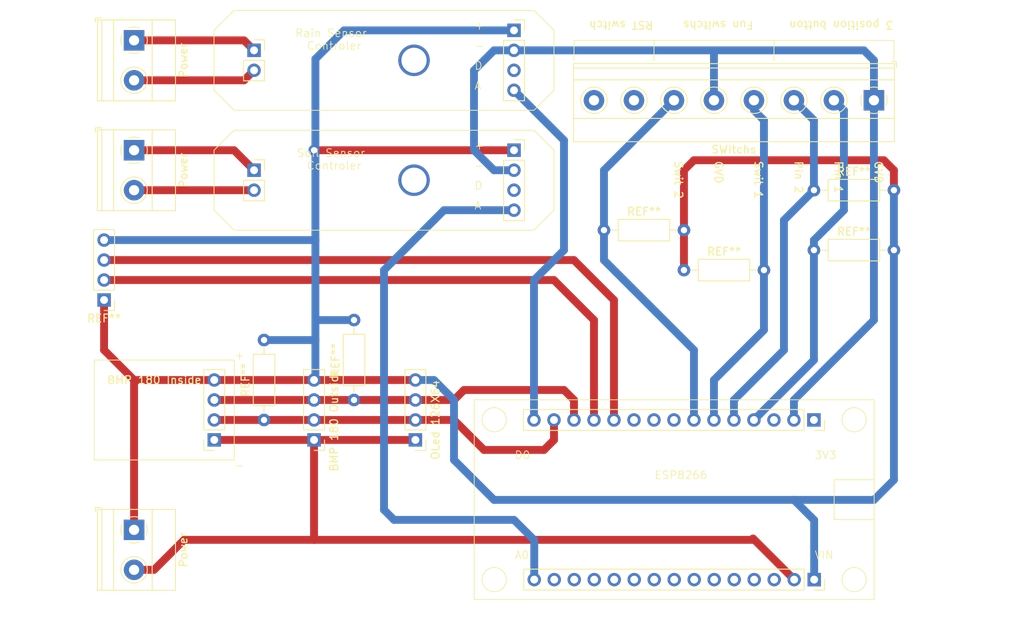
<source format=kicad_pcb>
(kicad_pcb (version 20221018) (generator pcbnew)
  (layers (0 "F.Cu" signal) (31 "B.Cu" signal) (34 "B.Paste" user) (35 "F.Paste" user) (36 "B.SilkS" user "B.Silkscreen") (37 "F.SilkS" user "F.Silkscreen") (38 "B.Mask" user) (39 "F.Mask" user) (44 "Edge.Cuts" user))
  (net 0 "")
  (footprint "Resistor_THT:R_Axial_DIN0207_L6.3mm_D2.5mm_P10.16mm_Horizontal" (layer "F.Cu") (at 241.3 62.23)
    (fp_text reference "REF**" (at 5.08 -2.37) (layer "F.SilkS"))
    (fp_text value "R_Axial_DIN0207_L6.3mm_D2.5mm_P10.16mm_Horizontal")
    (fp_line (start 1.04 0) (end 1.81 0) (stroke (width 0.12)) (layer "F.SilkS"))
    (fp_line (start 1.81 -1.37) (end 1.81 1.37) (stroke (width 0.12)) (layer "F.SilkS"))
    (fp_line (start 1.81 1.37) (end 8.35 1.37) (stroke (width 0.12)) (layer "F.SilkS"))
    (fp_line (start 8.35 -1.37) (end 1.81 -1.37) (stroke (width 0.12)) (layer "F.SilkS"))
    (fp_line (start 8.35 1.37) (end 8.35 -1.37) (stroke (width 0.12)) (layer "F.SilkS"))
    (fp_line (start 9.12 0) (end 8.35 0) (stroke (width 0.12)) (layer "F.SilkS"))
    (pad "1" thru_hole circle (at 0 0) (size 1.6 1.6) (drill 0.8) (layers "*.Cu" "*.Mask"))
    (pad "2" thru_hole oval (at 10.16 0) (size 1.6 1.6) (drill 0.8) (layers "*.Cu" "*.Mask"))
  )
  (footprint "Connector_PinSocket_2.54mm:PinSocket_1x02_P2.54mm_Vertical" (layer "F.Cu") (at 170.18 44.45)
    (fp_text reference "REF**" hide)
    (fp_text value "1" hide)
    (fp_line (start -1.33 1.27) (end -1.33 3.87) (stroke (width 0.12)) (layer "F.SilkS"))
    (fp_line (start -1.33 1.27) (end 1.33 1.27) (stroke (width 0.12)) (layer "F.SilkS"))
    (fp_line (start -1.33 3.87) (end 1.33 3.87) (stroke (width 0.12)) (layer "F.SilkS"))
    (fp_line (start 0 -1.33) (end 1.33 -1.33) (stroke (width 0.12)) (layer "F.SilkS"))
    (fp_line (start 1.33 -1.33) (end 1.33 0) (stroke (width 0.12)) (layer "F.SilkS"))
    (fp_line (start 1.33 1.27) (end 1.33 3.87) (stroke (width 0.12)) (layer "F.SilkS"))
    (pad "1" thru_hole rect (at 0 0) (size 1.7 1.7) (drill 1) (layers "*.Cu" "*.Mask"))
    (pad "2" thru_hole oval (at 0 2.54) (size 1.7 1.7) (drill 1) (layers "*.Cu" "*.Mask"))
  )
  (footprint "Resistor_THT:R_Axial_DIN0207_L6.3mm_D2.5mm_P10.16mm_Horizontal" (layer "F.Cu") (at 171.45 91.44 90)
    (fp_text reference "REF**" (at 5.08 -2.37 90) (layer "F.SilkS"))
    (fp_text value "R_Axial_DIN0207_L6.3mm_D2.5mm_P10.16mm_Horizontal")
    (fp_line (start 1.04 0) (end 1.81 0) (stroke (width 0.12)) (layer "F.SilkS"))
    (fp_line (start 1.81 -1.37) (end 1.81 1.37) (stroke (width 0.12)) (layer "F.SilkS"))
    (fp_line (start 1.81 1.37) (end 8.35 1.37) (stroke (width 0.12)) (layer "F.SilkS"))
    (fp_line (start 8.35 -1.37) (end 1.81 -1.37) (stroke (width 0.12)) (layer "F.SilkS"))
    (fp_line (start 8.35 1.37) (end 8.35 -1.37) (stroke (width 0.12)) (layer "F.SilkS"))
    (fp_line (start 9.12 0) (end 8.35 0) (stroke (width 0.12)) (layer "F.SilkS"))
    (pad "1" thru_hole circle (at 0 0 90) (size 1.6 1.6) (drill 0.8) (layers "*.Cu" "*.Mask"))
    (pad "2" thru_hole oval (at 10.16 0 90) (size 1.6 1.6) (drill 0.8) (layers "*.Cu" "*.Mask"))
  )
  (footprint "TerminalBlock_Phoenix:TerminalBlock_Phoenix_MKDS-1,5-8-5.08_1x08_P5.08mm_Horizontal" (layer "F.Cu") (at 248.92 50.8 180)
    (fp_text reference "SWitchs" (at 17.78 -6.26) (layer "F.SilkS"))
    (fp_text value "Switchs")
    (fp_line (start -2.84 4.16) (end -2.84 4.9) (stroke (width 0.12)) (layer "F.SilkS"))
    (fp_line (start -2.84 4.9) (end -2.34 4.9) (stroke (width 0.12)) (layer "F.SilkS"))
    (fp_line (start -2.6 -5.261) (end -2.6 4.66) (stroke (width 0.12)) (layer "F.SilkS"))
    (fp_line (start -2.6 -5.261) (end 38.16 -5.261) (stroke (width 0.12)) (layer "F.SilkS"))
    (fp_line (start -2.6 -2.301) (end 38.16 -2.301) (stroke (width 0.12)) (layer "F.SilkS"))
    (fp_line (start -2.6 2.6) (end 38.16 2.6) (stroke (width 0.12)) (layer "F.SilkS"))
    (fp_line (start -2.6 4.1) (end 38.16 4.1) (stroke (width 0.12)) (layer "F.SilkS"))
    (fp_line (start -2.6 4.66) (end 38.16 4.66) (stroke (width 0.12)) (layer "F.SilkS"))
    (fp_line (start 3.853 1.023) (end 3.806 1.069) (stroke (width 0.12)) (layer "F.SilkS"))
    (fp_line (start 4.046 1.239) (end 4.011 1.274) (stroke (width 0.12)) (layer "F.SilkS"))
    (fp_line (start 6.15 -1.275) (end 6.115 -1.239) (stroke (width 0.12)) (layer "F.SilkS"))
    (fp_line (start 6.355 -1.069) (end 6.308 -1.023) (stroke (width 0.12)) (layer "F.SilkS"))
    (fp_line (start 8.933 1.023) (end 8.886 1.069) (stroke (width 0.12)) (layer "F.SilkS"))
    (fp_line (start 9.126 1.239) (end 9.091 1.274) (stroke (width 0.12)) (layer "F.SilkS"))
    (fp_line (start 11.23 -1.275) (end 11.195 -1.239) (stroke (width 0.12)) (layer "F.SilkS"))
    (fp_line (start 11.435 -1.069) (end 11.388 -1.023) (stroke (width 0.12)) (layer "F.SilkS"))
    (fp_line (start 14.013 1.023) (end 13.966 1.069) (stroke (width 0.12)) (layer "F.SilkS"))
    (fp_line (start 14.206 1.239) (end 14.171 1.274) (stroke (width 0.12)) (layer "F.SilkS"))
    (fp_line (start 16.31 -1.275) (end 16.275 -1.239) (stroke (width 0.12)) (layer "F.SilkS"))
    (fp_line (start 16.515 -1.069) (end 16.468 -1.023) (stroke (width 0.12)) (layer "F.SilkS"))
    (fp_line (start 19.093 1.023) (end 19.046 1.069) (stroke (width 0.12)) (layer "F.SilkS"))
    (fp_line (start 19.286 1.239) (end 19.251 1.274) (stroke (width 0.12)) (layer "F.SilkS"))
    (fp_line (start 21.39 -1.275) (end 21.355 -1.239) (stroke (width 0.12)) (layer "F.SilkS"))
    (fp_line (start 21.595 -1.069) (end 21.548 -1.023) (stroke (width 0.12)) (layer "F.SilkS"))
    (fp_line (start 24.173 1.023) (end 24.126 1.069) (stroke (width 0.12)) (layer "F.SilkS"))
    (fp_line (start 24.366 1.239) (end 24.331 1.274) (stroke (width 0.12)) (layer "F.SilkS"))
    (fp_line (start 26.47 -1.275) (end 26.435 -1.239) (stroke (width 0.12)) (layer "F.SilkS"))
    (fp_line (start 26.675 -1.069) (end 26.628 -1.023) (stroke (width 0.12)) (layer "F.SilkS"))
    (fp_line (start 29.253 1.023) (end 29.206 1.069) (stroke (width 0.12)) (layer "F.SilkS"))
    (fp_line (start 29.446 1.239) (end 29.411 1.274) (stroke (width 0.12)) (layer "F.SilkS"))
    (fp_line (start 31.55 -1.275) (end 31.515 -1.239) (stroke (width 0.12)) (layer "F.SilkS"))
    (fp_line (start 31.755 -1.069) (end 31.708 -1.023) (stroke (width 0.12)) (layer "F.SilkS"))
    (fp_line (start 34.333 1.023) (end 34.286 1.069) (stroke (width 0.12)) (layer "F.SilkS"))
    (fp_line (start 34.526 1.239) (end 34.491 1.274) (stroke (width 0.12)) (layer "F.SilkS"))
    (fp_line (start 36.63 -1.275) (end 36.595 -1.239) (stroke (width 0.12)) (layer "F.SilkS"))
    (fp_line (start 36.835 -1.069) (end 36.788 -1.023) (stroke (width 0.12)) (layer "F.SilkS"))
    (fp_line (start 38.16 -5.261) (end 38.16 4.66) (stroke (width 0.12)) (layer "F.SilkS"))
    (fp_arc (start -1.535427 0.683042) (mid -1.680501 -0.000524) (end -1.535 -0.684) (stroke (width 0.12)) (layer "F.SilkS"))
    (fp_arc (start -0.683042 -1.535427) (mid 0.000524 -1.680501) (end 0.684 -1.535) (stroke (width 0.12)) (layer "F.SilkS"))
    (fp_arc (start 0.028805 1.680253) (mid -0.335551 1.646659) (end -0.684 1.535) (stroke (width 0.12)) (layer "F.SilkS"))
    (fp_arc (start 0.683318 1.534756) (mid 0.349292 1.643288) (end 0 1.68) (stroke (width 0.12)) (layer "F.SilkS"))
    (fp_arc (start 1.535427 -0.683042) (mid 1.680501 0.000524) (end 1.535 0.684) (stroke (width 0.12)) (layer "F.SilkS"))
    (fp_circle (center 5.08 0) (end 6.76 0) (stroke (width 0.12)) (fill none) (layer "F.SilkS"))
    (fp_circle (center 10.16 0) (end 11.84 0) (stroke (width 0.12)) (fill none) (layer "F.SilkS"))
    (fp_circle (center 15.24 0) (end 16.92 0) (stroke (width 0.12)) (fill none) (layer "F.SilkS"))
    (fp_circle (center 20.32 0) (end 22 0) (stroke (width 0.12)) (fill none) (layer "F.SilkS"))
    (fp_circle (center 25.4 0) (end 27.08 0) (stroke (width 0.12)) (fill none) (layer "F.SilkS"))
    (fp_circle (center 30.48 0) (end 32.16 0) (stroke (width 0.12)) (fill none) (layer "F.SilkS"))
    (fp_circle (center 35.56 0) (end 37.24 0) (stroke (width 0.12)) (fill none) (layer "F.SilkS"))
    (pad "1" thru_hole rect (at 0 0 180) (size 2.6 2.6) (drill 1.3) (layers "*.Cu" "*.Mask"))
    (pad "2" thru_hole circle (at 5.08 0 180) (size 2.6 2.6) (drill 1.3) (layers "*.Cu" "*.Mask"))
    (pad "3" thru_hole circle (at 10.16 0 180) (size 2.6 2.6) (drill 1.3) (layers "*.Cu" "*.Mask"))
    (pad "4" thru_hole circle (at 15.24 0 180) (size 2.6 2.6) (drill 1.3) (layers "*.Cu" "*.Mask"))
    (pad "5" thru_hole circle (at 20.32 0 180) (size 2.6 2.6) (drill 1.3) (layers "*.Cu" "*.Mask"))
    (pad "6" thru_hole circle (at 25.4 0 180) (size 2.6 2.6) (drill 1.3) (layers "*.Cu" "*.Mask"))
    (pad "7" thru_hole circle (at 30.48 0 180) (size 2.6 2.6) (drill 1.3) (layers "*.Cu" "*.Mask"))
    (pad "8" thru_hole circle (at 35.56 0 180) (size 2.6 2.6) (drill 1.3) (layers "*.Cu" "*.Mask"))
  )
  (footprint "Connector_PinSocket_2.54mm:PinSocket_1x04_P2.54mm_Vertical" (layer "F.Cu") (at 203.2 57.15)
    (fp_text reference "REF**" hide)
    (fp_text value "1" hide)
    (fp_line (start -1.33 1.27) (end -1.33 8.95) (stroke (width 0.12)) (layer "F.SilkS"))
    (fp_line (start -1.33 1.27) (end 1.33 1.27) (stroke (width 0.12)) (layer "F.SilkS"))
    (fp_line (start -1.33 8.95) (end 1.33 8.95) (stroke (width 0.12)) (layer "F.SilkS"))
    (fp_line (start 0 -1.33) (end 1.33 -1.33) (stroke (width 0.12)) (layer "F.SilkS"))
    (fp_line (start 1.33 -1.33) (end 1.33 0) (stroke (width 0.12)) (layer "F.SilkS"))
    (fp_line (start 1.33 1.27) (end 1.33 8.95) (stroke (width 0.12)) (layer "F.SilkS"))
    (pad "1" thru_hole rect (at 0 0) (size 1.7 1.7) (drill 1) (layers "*.Cu" "*.Mask"))
    (pad "2" thru_hole oval (at 0 2.54) (size 1.7 1.7) (drill 1) (layers "*.Cu" "*.Mask"))
    (pad "3" thru_hole oval (at 0 5.08) (size 1.7 1.7) (drill 1) (layers "*.Cu" "*.Mask"))
    (pad "4" thru_hole oval (at 0 7.62) (size 1.7 1.7) (drill 1) (layers "*.Cu" "*.Mask"))
  )
  (footprint "Connector_PinHeader_2.54mm:PinHeader_1x04_P2.54mm_Vertical" (layer "F.Cu") (at 177.8 93.98 180)
    (fp_text reference "BMP 180 Outside" (at -2.54 2.54 90) (layer "F.SilkS"))
    (fp_text value "Outside termo sensor")
    (fp_line (start -1.33 -1.33) (end 0 -1.33) (stroke (width 0.12)) (layer "F.SilkS"))
    (fp_line (start -1.33 0) (end -1.33 -1.33) (stroke (width 0.12)) (layer "F.SilkS"))
    (fp_line (start -1.33 1.27) (end -1.33 8.95) (stroke (width 0.12)) (layer "F.SilkS"))
    (fp_line (start -1.33 1.27) (end 1.33 1.27) (stroke (width 0.12)) (layer "F.SilkS"))
    (fp_line (start -1.33 8.95) (end 1.33 8.95) (stroke (width 0.12)) (layer "F.SilkS"))
    (fp_line (start 1.33 1.27) (end 1.33 8.95) (stroke (width 0.12)) (layer "F.SilkS"))
    (pad "1" thru_hole rect (at 0 0 180) (size 1.7 1.7) (drill 1) (layers "*.Cu" "*.Mask"))
    (pad "2" thru_hole oval (at 0 2.54 180) (size 1.7 1.7) (drill 1) (layers "*.Cu" "*.Mask"))
    (pad "3" thru_hole oval (at 0 5.08 180) (size 1.7 1.7) (drill 1) (layers "*.Cu" "*.Mask"))
    (pad "4" thru_hole oval (at 0 7.62 180) (size 1.7 1.7) (drill 1) (layers "*.Cu" "*.Mask"))
  )
  (footprint "Connector_PinSocket_2.54mm:PinSocket_1x04_P2.54mm_Vertical" (layer "F.Cu") (at 203.2 41.91)
    (fp_text reference "REF**" hide)
    (fp_text value "1" hide)
    (fp_line (start -1.33 1.27) (end -1.33 8.95) (stroke (width 0.12)) (layer "F.SilkS"))
    (fp_line (start -1.33 1.27) (end 1.33 1.27) (stroke (width 0.12)) (layer "F.SilkS"))
    (fp_line (start -1.33 8.95) (end 1.33 8.95) (stroke (width 0.12)) (layer "F.SilkS"))
    (fp_line (start 0 -1.33) (end 1.33 -1.33) (stroke (width 0.12)) (layer "F.SilkS"))
    (fp_line (start 1.33 -1.33) (end 1.33 0) (stroke (width 0.12)) (layer "F.SilkS"))
    (fp_line (start 1.33 1.27) (end 1.33 8.95) (stroke (width 0.12)) (layer "F.SilkS"))
    (pad "1" thru_hole rect (at 0 0) (size 1.7 1.7) (drill 1) (layers "*.Cu" "*.Mask"))
    (pad "2" thru_hole oval (at 0 2.54) (size 1.7 1.7) (drill 1) (layers "*.Cu" "*.Mask"))
    (pad "3" thru_hole oval (at 0 5.08) (size 1.7 1.7) (drill 1) (layers "*.Cu" "*.Mask"))
    (pad "4" thru_hole oval (at 0 7.62) (size 1.7 1.7) (drill 1) (layers "*.Cu" "*.Mask"))
  )
  (footprint "TerminalBlock_Phoenix:TerminalBlock_Phoenix_MKDS-1,5-2-5.08_1x02_P5.08mm_Horizontal" (layer "F.Cu") (at 154.94 43.18 -90)
    (fp_text reference "Power" (at 2.54 -6.26 90) (layer "F.SilkS"))
    (fp_text value "Power")
    (fp_line (start -2.84 4.16) (end -2.84 4.9) (stroke (width 0.12)) (layer "F.SilkS"))
    (fp_line (start -2.84 4.9) (end -2.34 4.9) (stroke (width 0.12)) (layer "F.SilkS"))
    (fp_line (start -2.6 -5.261) (end -2.6 4.66) (stroke (width 0.12)) (layer "F.SilkS"))
    (fp_line (start -2.6 -5.261) (end 7.68 -5.261) (stroke (width 0.12)) (layer "F.SilkS"))
    (fp_line (start -2.6 -2.301) (end 7.68 -2.301) (stroke (width 0.12)) (layer "F.SilkS"))
    (fp_line (start -2.6 2.6) (end 7.68 2.6) (stroke (width 0.12)) (layer "F.SilkS"))
    (fp_line (start -2.6 4.1) (end 7.68 4.1) (stroke (width 0.12)) (layer "F.SilkS"))
    (fp_line (start -2.6 4.66) (end 7.68 4.66) (stroke (width 0.12)) (layer "F.SilkS"))
    (fp_line (start 3.853 1.023) (end 3.806 1.069) (stroke (width 0.12)) (layer "F.SilkS"))
    (fp_line (start 4.046 1.239) (end 4.011 1.274) (stroke (width 0.12)) (layer "F.SilkS"))
    (fp_line (start 6.15 -1.275) (end 6.115 -1.239) (stroke (width 0.12)) (layer "F.SilkS"))
    (fp_line (start 6.355 -1.069) (end 6.308 -1.023) (stroke (width 0.12)) (layer "F.SilkS"))
    (fp_line (start 7.68 -5.261) (end 7.68 4.66) (stroke (width 0.12)) (layer "F.SilkS"))
    (fp_arc (start -1.535427 0.683042) (mid -1.680501 -0.000524) (end -1.535 -0.684) (stroke (width 0.12)) (layer "F.SilkS"))
    (fp_arc (start -0.683042 -1.535427) (mid 0.000524 -1.680501) (end 0.684 -1.535) (stroke (width 0.12)) (layer "F.SilkS"))
    (fp_arc (start 0.028805 1.680253) (mid -0.335551 1.646659) (end -0.684 1.535) (stroke (width 0.12)) (layer "F.SilkS"))
    (fp_arc (start 0.683318 1.534756) (mid 0.349292 1.643288) (end 0 1.68) (stroke (width 0.12)) (layer "F.SilkS"))
    (fp_arc (start 1.535427 -0.683042) (mid 1.680501 0.000524) (end 1.535 0.684) (stroke (width 0.12)) (layer "F.SilkS"))
    (fp_circle (center 5.08 0) (end 6.76 0) (stroke (width 0.12)) (fill none) (layer "F.SilkS"))
    (pad "1" thru_hole rect (at 0 0 270) (size 2.6 2.6) (drill 1.3) (layers "*.Cu" "*.Mask"))
    (pad "2" thru_hole circle (at 5.08 0 270) (size 2.6 2.6) (drill 1.3) (layers "*.Cu" "*.Mask"))
  )
  (footprint "Connector_PinSocket_2.54mm:PinSocket_1x04_P2.54mm_Vertical" (layer "F.Cu") (at 165.125 93.98 180)
    (fp_text reference "BMP 180 Inside" (at 7.62 7.62 180) (layer "F.SilkS"))
    (fp_text value "Inside tempo sensor")
    (fp_line (start -1.33 1.27) (end -1.33 8.95) (stroke (width 0.12)) (layer "F.SilkS"))
    (fp_line (start -1.33 1.27) (end 1.33 1.27) (stroke (width 0.12)) (layer "F.SilkS"))
    (fp_line (start -1.33 8.95) (end 1.33 8.95) (stroke (width 0.12)) (layer "F.SilkS"))
    (fp_line (start 0 -1.33) (end 1.33 -1.33) (stroke (width 0.12)) (layer "F.SilkS"))
    (fp_line (start 1.33 -1.33) (end 1.33 0) (stroke (width 0.12)) (layer "F.SilkS"))
    (fp_line (start 1.33 1.27) (end 1.33 8.95) (stroke (width 0.12)) (layer "F.SilkS"))
    (pad "1" thru_hole rect (at 0 0 180) (size 1.7 1.7) (drill 1) (layers "*.Cu" "*.Mask"))
    (pad "2" thru_hole oval (at 0 2.54 180) (size 1.7 1.7) (drill 1) (layers "*.Cu" "*.Mask"))
    (pad "3" thru_hole oval (at 0 5.08 180) (size 1.7 1.7) (drill 1) (layers "*.Cu" "*.Mask"))
    (pad "4" thru_hole oval (at 0 7.62 180) (size 1.7 1.7) (drill 1) (layers "*.Cu" "*.Mask"))
  )
  (footprint "Resistor_THT:R_Axial_DIN0207_L6.3mm_D2.5mm_P10.16mm_Horizontal" (layer "F.Cu") (at 214.63 67.31)
    (fp_text reference "REF**" (at 5.08 -2.37) (layer "F.SilkS"))
    (fp_text value "R_Axial_DIN0207_L6.3mm_D2.5mm_P10.16mm_Horizontal")
    (fp_line (start 1.04 0) (end 1.81 0) (stroke (width 0.12)) (layer "F.SilkS"))
    (fp_line (start 1.81 -1.37) (end 1.81 1.37) (stroke (width 0.12)) (layer "F.SilkS"))
    (fp_line (start 1.81 1.37) (end 8.35 1.37) (stroke (width 0.12)) (layer "F.SilkS"))
    (fp_line (start 8.35 -1.37) (end 1.81 -1.37) (stroke (width 0.12)) (layer "F.SilkS"))
    (fp_line (start 8.35 1.37) (end 8.35 -1.37) (stroke (width 0.12)) (layer "F.SilkS"))
    (fp_line (start 9.12 0) (end 8.35 0) (stroke (width 0.12)) (layer "F.SilkS"))
    (pad "1" thru_hole circle (at 0 0) (size 1.6 1.6) (drill 0.8) (layers "*.Cu" "*.Mask"))
    (pad "2" thru_hole oval (at 10.16 0) (size 1.6 1.6) (drill 0.8) (layers "*.Cu" "*.Mask"))
  )
  (footprint "Resistor_THT:R_Axial_DIN0207_L6.3mm_D2.5mm_P10.16mm_Horizontal" (layer "F.Cu") (at 182.88 88.9 90)
    (fp_text reference "REF**" (at 5.08 -2.37 90) (layer "F.SilkS"))
    (fp_text value "R_Axial_DIN0207_L6.3mm_D2.5mm_P10.16mm_Horizontal")
    (fp_line (start 1.04 0) (end 1.81 0) (stroke (width 0.12)) (layer "F.SilkS"))
    (fp_line (start 1.81 -1.37) (end 1.81 1.37) (stroke (width 0.12)) (layer "F.SilkS"))
    (fp_line (start 1.81 1.37) (end 8.35 1.37) (stroke (width 0.12)) (layer "F.SilkS"))
    (fp_line (start 8.35 -1.37) (end 1.81 -1.37) (stroke (width 0.12)) (layer "F.SilkS"))
    (fp_line (start 8.35 1.37) (end 8.35 -1.37) (stroke (width 0.12)) (layer "F.SilkS"))
    (fp_line (start 9.12 0) (end 8.35 0) (stroke (width 0.12)) (layer "F.SilkS"))
    (pad "1" thru_hole circle (at 0 0 90) (size 1.6 1.6) (drill 0.8) (layers "*.Cu" "*.Mask"))
    (pad "2" thru_hole oval (at 10.16 0 90) (size 1.6 1.6) (drill 0.8) (layers "*.Cu" "*.Mask"))
  )
  (footprint "Connector_PinHeader_2.54mm:PinHeader_1x04_P2.54mm_Vertical" (layer "F.Cu") (at 190.675 93.98 180)
    (fp_text reference "OLed 126X64" (at -2.54 2.54 90) (layer "F.SilkS"))
    (fp_text value "Oled")
    (fp_line (start -1.33 -1.33) (end 0 -1.33) (stroke (width 0.12)) (layer "F.SilkS"))
    (fp_line (start -1.33 0) (end -1.33 -1.33) (stroke (width 0.12)) (layer "F.SilkS"))
    (fp_line (start -1.33 1.27) (end -1.33 8.95) (stroke (width 0.12)) (layer "F.SilkS"))
    (fp_line (start -1.33 1.27) (end 1.33 1.27) (stroke (width 0.12)) (layer "F.SilkS"))
    (fp_line (start -1.33 8.95) (end 1.33 8.95) (stroke (width 0.12)) (layer "F.SilkS"))
    (fp_line (start 1.33 1.27) (end 1.33 8.95) (stroke (width 0.12)) (layer "F.SilkS"))
    (pad "1" thru_hole rect (at 0 0 180) (size 1.7 1.7) (drill 1) (layers "*.Cu" "*.Mask"))
    (pad "2" thru_hole oval (at 0 2.54 180) (size 1.7 1.7) (drill 1) (layers "*.Cu" "*.Mask"))
    (pad "3" thru_hole oval (at 0 5.08 180) (size 1.7 1.7) (drill 1) (layers "*.Cu" "*.Mask"))
    (pad "4" thru_hole oval (at 0 7.62 180) (size 1.7 1.7) (drill 1) (layers "*.Cu" "*.Mask"))
  )
  (footprint "Resistor_THT:R_Axial_DIN0207_L6.3mm_D2.5mm_P10.16mm_Horizontal" (layer "F.Cu") (at 224.79 72.39)
    (fp_text reference "REF**" (at 5.08 -2.37) (layer "F.SilkS"))
    (fp_text value "R_Axial_DIN0207_L6.3mm_D2.5mm_P10.16mm_Horizontal")
    (fp_line (start 1.04 0) (end 1.81 0) (stroke (width 0.12)) (layer "F.SilkS"))
    (fp_line (start 1.81 -1.37) (end 1.81 1.37) (stroke (width 0.12)) (layer "F.SilkS"))
    (fp_line (start 1.81 1.37) (end 8.35 1.37) (stroke (width 0.12)) (layer "F.SilkS"))
    (fp_line (start 8.35 -1.37) (end 1.81 -1.37) (stroke (width 0.12)) (layer "F.SilkS"))
    (fp_line (start 8.35 1.37) (end 8.35 -1.37) (stroke (width 0.12)) (layer "F.SilkS"))
    (fp_line (start 9.12 0) (end 8.35 0) (stroke (width 0.12)) (layer "F.SilkS"))
    (pad "1" thru_hole circle (at 0 0) (size 1.6 1.6) (drill 0.8) (layers "*.Cu" "*.Mask"))
    (pad "2" thru_hole oval (at 10.16 0) (size 1.6 1.6) (drill 0.8) (layers "*.Cu" "*.Mask"))
  )
  (footprint "Connector_PinSocket_2.54mm:PinSocket_1x15_P2.54mm_Vertical" (layer "F.Cu") (at 241.3 91.44 -90)
    (fp_text reference "REF**" hide)
    (fp_text value "PinSocket_1x15_P2.54mm_Vertical" hide)
    (fp_line (start -1.33 1.27) (end -1.33 36.89) (stroke (width 0.12)) (layer "F.SilkS"))
    (fp_line (start -1.33 1.27) (end 1.33 1.27) (stroke (width 0.12)) (layer "F.SilkS"))
    (fp_line (start -1.33 36.89) (end 1.33 36.89) (stroke (width 0.12)) (layer "F.SilkS"))
    (fp_line (start 0 -1.33) (end 1.33 -1.33) (stroke (width 0.12)) (layer "F.SilkS"))
    (fp_line (start 1.33 -1.33) (end 1.33 0) (stroke (width 0.12)) (layer "F.SilkS"))
    (fp_line (start 1.33 1.27) (end 1.33 36.89) (stroke (width 0.12)) (layer "F.SilkS"))
    (pad "1" thru_hole rect (at 0 0 270) (size 1.7 1.7) (drill 1) (layers "*.Cu" "*.Mask"))
    (pad "2" thru_hole oval (at 0 2.54 270) (size 1.7 1.7) (drill 1) (layers "*.Cu" "*.Mask"))
    (pad "3" thru_hole oval (at 0 5.08 270) (size 1.7 1.7) (drill 1) (layers "*.Cu" "*.Mask"))
    (pad "4" thru_hole oval (at 0 7.62 270) (size 1.7 1.7) (drill 1) (layers "*.Cu" "*.Mask"))
    (pad "5" thru_hole oval (at 0 10.16 270) (size 1.7 1.7) (drill 1) (layers "*.Cu" "*.Mask"))
    (pad "6" thru_hole oval (at 0 12.7 270) (size 1.7 1.7) (drill 1) (layers "*.Cu" "*.Mask"))
    (pad "7" thru_hole oval (at 0 15.24 270) (size 1.7 1.7) (drill 1) (layers "*.Cu" "*.Mask"))
    (pad "8" thru_hole oval (at 0 17.78 270) (size 1.7 1.7) (drill 1) (layers "*.Cu" "*.Mask"))
    (pad "9" thru_hole oval (at 0 20.32 270) (size 1.7 1.7) (drill 1) (layers "*.Cu" "*.Mask"))
    (pad "10" thru_hole oval (at 0 22.86 270) (size 1.7 1.7) (drill 1) (layers "*.Cu" "*.Mask"))
    (pad "11" thru_hole oval (at 0 25.4 270) (size 1.7 1.7) (drill 1) (layers "*.Cu" "*.Mask"))
    (pad "12" thru_hole oval (at 0 27.94 270) (size 1.7 1.7) (drill 1) (layers "*.Cu" "*.Mask"))
    (pad "13" thru_hole oval (at 0 30.48 270) (size 1.7 1.7) (drill 1) (layers "*.Cu" "*.Mask"))
    (pad "14" thru_hole oval (at 0 33.02 270) (size 1.7 1.7) (drill 1) (layers "*.Cu" "*.Mask"))
    (pad "15" thru_hole oval (at 0 35.56 270) (size 1.7 1.7) (drill 1) (layers "*.Cu" "*.Mask"))
  )
  (footprint "Connector_PinHeader_2.54mm:PinHeader_1x04_P2.54mm_Vertical" (layer "F.Cu") (at 151.13 76.19 180)
    (fp_text reference "REF**" (at 0 -2.33) (layer "F.SilkS"))
    (fp_text value "PinHeader_1x04_P2.54mm_Vertical")
    (fp_line (start -1.33 -1.33) (end 0 -1.33) (stroke (width 0.12)) (layer "F.SilkS"))
    (fp_line (start -1.33 0) (end -1.33 -1.33) (stroke (width 0.12)) (layer "F.SilkS"))
    (fp_line (start -1.33 1.27) (end -1.33 8.95) (stroke (width 0.12)) (layer "F.SilkS"))
    (fp_line (start -1.33 1.27) (end 1.33 1.27) (stroke (width 0.12)) (layer "F.SilkS"))
    (fp_line (start -1.33 8.95) (end 1.33 8.95) (stroke (width 0.12)) (layer "F.SilkS"))
    (fp_line (start 1.33 1.27) (end 1.33 8.95) (stroke (width 0.12)) (layer "F.SilkS"))
    (pad "1" thru_hole rect (at 0 0 180) (size 1.7 1.7) (drill 1) (layers "*.Cu" "*.Mask"))
    (pad "2" thru_hole oval (at 0 2.54 180) (size 1.7 1.7) (drill 1) (layers "*.Cu" "*.Mask"))
    (pad "3" thru_hole oval (at 0 5.08 180) (size 1.7 1.7) (drill 1) (layers "*.Cu" "*.Mask"))
    (pad "4" thru_hole oval (at 0 7.62 180) (size 1.7 1.7) (drill 1) (layers "*.Cu" "*.Mask"))
  )
  (footprint "Connector_PinSocket_2.54mm:PinSocket_1x15_P2.54mm_Vertical" (layer "F.Cu") (at 241.33 111.735 -90)
    (fp_text reference "REF**" hide)
    (fp_text value "PinSocket_1x15_P2.54mm_Vertical" hide)
    (fp_line (start -1.33 1.27) (end -1.33 36.89) (stroke (width 0.12)) (layer "F.SilkS"))
    (fp_line (start -1.33 1.27) (end 1.33 1.27) (stroke (width 0.12)) (layer "F.SilkS"))
    (fp_line (start -1.33 36.89) (end 1.33 36.89) (stroke (width 0.12)) (layer "F.SilkS"))
    (fp_line (start 0 -1.33) (end 1.33 -1.33) (stroke (width 0.12)) (layer "F.SilkS"))
    (fp_line (start 1.33 -1.33) (end 1.33 0) (stroke (width 0.12)) (layer "F.SilkS"))
    (fp_line (start 1.33 1.27) (end 1.33 36.89) (stroke (width 0.12)) (layer "F.SilkS"))
    (pad "1" thru_hole rect (at 0 0 270) (size 1.7 1.7) (drill 1) (layers "*.Cu" "*.Mask"))
    (pad "2" thru_hole oval (at 0 2.54 270) (size 1.7 1.7) (drill 1) (layers "*.Cu" "*.Mask"))
    (pad "3" thru_hole oval (at 0 5.08 270) (size 1.7 1.7) (drill 1) (layers "*.Cu" "*.Mask"))
    (pad "4" thru_hole oval (at 0 7.62 270) (size 1.7 1.7) (drill 1) (layers "*.Cu" "*.Mask"))
    (pad "5" thru_hole oval (at 0 10.16 270) (size 1.7 1.7) (drill 1) (layers "*.Cu" "*.Mask"))
    (pad "6" thru_hole oval (at 0 12.7 270) (size 1.7 1.7) (drill 1) (layers "*.Cu" "*.Mask"))
    (pad "7" thru_hole oval (at 0 15.24 270) (size 1.7 1.7) (drill 1) (layers "*.Cu" "*.Mask"))
    (pad "8" thru_hole oval (at 0 17.78 270) (size 1.7 1.7) (drill 1) (layers "*.Cu" "*.Mask"))
    (pad "9" thru_hole oval (at 0 20.32 270) (size 1.7 1.7) (drill 1) (layers "*.Cu" "*.Mask"))
    (pad "10" thru_hole oval (at 0 22.86 270) (size 1.7 1.7) (drill 1) (layers "*.Cu" "*.Mask"))
    (pad "11" thru_hole oval (at 0 25.4 270) (size 1.7 1.7) (drill 1) (layers "*.Cu" "*.Mask"))
    (pad "12" thru_hole oval (at 0 27.94 270) (size 1.7 1.7) (drill 1) (layers "*.Cu" "*.Mask"))
    (pad "13" thru_hole oval (at 0 30.48 270) (size 1.7 1.7) (drill 1) (layers "*.Cu" "*.Mask"))
    (pad "14" thru_hole oval (at 0 33.02 270) (size 1.7 1.7) (drill 1) (layers "*.Cu" "*.Mask"))
    (pad "15" thru_hole oval (at 0 35.56 270) (size 1.7 1.7) (drill 1) (layers "*.Cu" "*.Mask"))
  )
  (footprint "TerminalBlock_Phoenix:TerminalBlock_Phoenix_MKDS-1,5-2-5.08_1x02_P5.08mm_Horizontal" (layer "F.Cu") (at 154.94 57.15 -90)
    (fp_text reference "Power" (at 2.54 -6.26 90) (layer "F.SilkS"))
    (fp_text value "Power")
    (fp_line (start -2.84 4.16) (end -2.84 4.9) (stroke (width 0.12)) (layer "F.SilkS"))
    (fp_line (start -2.84 4.9) (end -2.34 4.9) (stroke (width 0.12)) (layer "F.SilkS"))
    (fp_line (start -2.6 -5.261) (end -2.6 4.66) (stroke (width 0.12)) (layer "F.SilkS"))
    (fp_line (start -2.6 -5.261) (end 7.68 -5.261) (stroke (width 0.12)) (layer "F.SilkS"))
    (fp_line (start -2.6 -2.301) (end 7.68 -2.301) (stroke (width 0.12)) (layer "F.SilkS"))
    (fp_line (start -2.6 2.6) (end 7.68 2.6) (stroke (width 0.12)) (layer "F.SilkS"))
    (fp_line (start -2.6 4.1) (end 7.68 4.1) (stroke (width 0.12)) (layer "F.SilkS"))
    (fp_line (start -2.6 4.66) (end 7.68 4.66) (stroke (width 0.12)) (layer "F.SilkS"))
    (fp_line (start 3.853 1.023) (end 3.806 1.069) (stroke (width 0.12)) (layer "F.SilkS"))
    (fp_line (start 4.046 1.239) (end 4.011 1.274) (stroke (width 0.12)) (layer "F.SilkS"))
    (fp_line (start 6.15 -1.275) (end 6.115 -1.239) (stroke (width 0.12)) (layer "F.SilkS"))
    (fp_line (start 6.355 -1.069) (end 6.308 -1.023) (stroke (width 0.12)) (layer "F.SilkS"))
    (fp_line (start 7.68 -5.261) (end 7.68 4.66) (stroke (width 0.12)) (layer "F.SilkS"))
    (fp_arc (start -1.535427 0.683042) (mid -1.680501 -0.000524) (end -1.535 -0.684) (stroke (width 0.12)) (layer "F.SilkS"))
    (fp_arc (start -0.683042 -1.535427) (mid 0.000524 -1.680501) (end 0.684 -1.535) (stroke (width 0.12)) (layer "F.SilkS"))
    (fp_arc (start 0.028805 1.680253) (mid -0.335551 1.646659) (end -0.684 1.535) (stroke (width 0.12)) (layer "F.SilkS"))
    (fp_arc (start 0.683318 1.534756) (mid 0.349292 1.643288) (end 0 1.68) (stroke (width 0.12)) (layer "F.SilkS"))
    (fp_arc (start 1.535427 -0.683042) (mid 1.680501 0.000524) (end 1.535 0.684) (stroke (width 0.12)) (layer "F.SilkS"))
    (fp_circle (center 5.08 0) (end 6.76 0) (stroke (width 0.12)) (fill none) (layer "F.SilkS"))
    (pad "1" thru_hole rect (at 0 0 270) (size 2.6 2.6) (drill 1.3) (layers "*.Cu" "*.Mask"))
    (pad "2" thru_hole circle (at 5.08 0 270) (size 2.6 2.6) (drill 1.3) (layers "*.Cu" "*.Mask"))
  )
  (footprint "TerminalBlock_Phoenix:TerminalBlock_Phoenix_MKDS-1,5-2-5.08_1x02_P5.08mm_Horizontal" (layer "F.Cu") (at 154.94 105.41 -90)
    (fp_text reference "Power" (at 2.54 -6.26 90) (layer "F.SilkS"))
    (fp_text value "Power")
    (fp_line (start -2.84 4.16) (end -2.84 4.9) (stroke (width 0.12)) (layer "F.SilkS"))
    (fp_line (start -2.84 4.9) (end -2.34 4.9) (stroke (width 0.12)) (layer "F.SilkS"))
    (fp_line (start -2.6 -5.261) (end -2.6 4.66) (stroke (width 0.12)) (layer "F.SilkS"))
    (fp_line (start -2.6 -5.261) (end 7.68 -5.261) (stroke (width 0.12)) (layer "F.SilkS"))
    (fp_line (start -2.6 -2.301) (end 7.68 -2.301) (stroke (width 0.12)) (layer "F.SilkS"))
    (fp_line (start -2.6 2.6) (end 7.68 2.6) (stroke (width 0.12)) (layer "F.SilkS"))
    (fp_line (start -2.6 4.1) (end 7.68 4.1) (stroke (width 0.12)) (layer "F.SilkS"))
    (fp_line (start -2.6 4.66) (end 7.68 4.66) (stroke (width 0.12)) (layer "F.SilkS"))
    (fp_line (start 3.853 1.023) (end 3.806 1.069) (stroke (width 0.12)) (layer "F.SilkS"))
    (fp_line (start 4.046 1.239) (end 4.011 1.274) (stroke (width 0.12)) (layer "F.SilkS"))
    (fp_line (start 6.15 -1.275) (end 6.115 -1.239) (stroke (width 0.12)) (layer "F.SilkS"))
    (fp_line (start 6.355 -1.069) (end 6.308 -1.023) (stroke (width 0.12)) (layer "F.SilkS"))
    (fp_line (start 7.68 -5.261) (end 7.68 4.66) (stroke (width 0.12)) (layer "F.SilkS"))
    (fp_arc (start -1.535427 0.683042) (mid -1.680501 -0.000524) (end -1.535 -0.684) (stroke (width 0.12)) (layer "F.SilkS"))
    (fp_arc (start -0.683042 -1.535427) (mid 0.000524 -1.680501) (end 0.684 -1.535) (stroke (width 0.12)) (layer "F.SilkS"))
    (fp_arc (start 0.028805 1.680253) (mid -0.335551 1.646659) (end -0.684 1.535) (stroke (width 0.12)) (layer "F.SilkS"))
    (fp_arc (start 0.683318 1.534756) (mid 0.349292 1.643288) (end 0 1.68) (stroke (width 0.12)) (layer "F.SilkS"))
    (fp_arc (start 1.535427 -0.683042) (mid 1.680501 0.000524) (end 1.535 0.684) (stroke (width 0.12)) (layer "F.SilkS"))
    (fp_circle (center 5.08 0) (end 6.76 0) (stroke (width 0.12)) (fill none) (layer "F.SilkS"))
    (pad "1" thru_hole rect (at 0 0 270) (size 2.6 2.6) (drill 1.3) (layers "*.Cu" "*.Mask"))
    (pad "2" thru_hole circle (at 5.08 0 270) (size 2.6 2.6) (drill 1.3) (layers "*.Cu" "*.Mask"))
  )
  (footprint "Connector_PinSocket_2.54mm:PinSocket_1x02_P2.54mm_Vertical" (layer "F.Cu") (at 170.18 59.69)
    (fp_text reference "REF**" hide)
    (fp_text value "1" hide)
    (fp_line (start -1.33 1.27) (end -1.33 3.87) (stroke (width 0.12)) (layer "F.SilkS"))
    (fp_line (start -1.33 1.27) (end 1.33 1.27) (stroke (width 0.12)) (layer "F.SilkS"))
    (fp_line (start -1.33 3.87) (end 1.33 3.87) (stroke (width 0.12)) (layer "F.SilkS"))
    (fp_line (start 0 -1.33) (end 1.33 -1.33) (stroke (width 0.12)) (layer "F.SilkS"))
    (fp_line (start 1.33 -1.33) (end 1.33 0) (stroke (width 0.12)) (layer "F.SilkS"))
    (fp_line (start 1.33 1.27) (end 1.33 3.87) (stroke (width 0.12)) (layer "F.SilkS"))
    (pad "1" thru_hole rect (at 0 0) (size 1.7 1.7) (drill 1) (layers "*.Cu" "*.Mask"))
    (pad "2" thru_hole oval (at 0 2.54) (size 1.7 1.7) (drill 1) (layers "*.Cu" "*.Mask"))
  )
  (footprint "Resistor_THT:R_Axial_DIN0207_L6.3mm_D2.5mm_P10.16mm_Horizontal" (layer "F.Cu") (at 241.3 69.85)
    (fp_text reference "REF**" (at 5.08 -2.37) (layer "F.SilkS"))
    (fp_text value "R_Axial_DIN0207_L6.3mm_D2.5mm_P10.16mm_Horizontal")
    (fp_line (start 1.04 0) (end 1.81 0) (stroke (width 0.12)) (layer "F.SilkS"))
    (fp_line (start 1.81 -1.37) (end 1.81 1.37) (stroke (width 0.12)) (layer "F.SilkS"))
    (fp_line (start 1.81 1.37) (end 8.35 1.37) (stroke (width 0.12)) (layer "F.SilkS"))
    (fp_line (start 8.35 -1.37) (end 1.81 -1.37) (stroke (width 0.12)) (layer "F.SilkS"))
    (fp_line (start 8.35 1.37) (end 8.35 -1.37) (stroke (width 0.12)) (layer "F.SilkS"))
    (fp_line (start 9.12 0) (end 8.35 0) (stroke (width 0.12)) (layer "F.SilkS"))
    (pad "1" thru_hole circle (at 0 0) (size 1.6 1.6) (drill 0.8) (layers "*.Cu" "*.Mask"))
    (pad "2" thru_hole oval (at 10.16 0) (size 1.6 1.6) (drill 0.8) (layers "*.Cu" "*.Mask"))
  )
  (gr_line (start 165.1 57.15) (end 165.1 64.77) (stroke (width 0.1)) (layer "F.SilkS"))
  (gr_line (start 167.64 54.61) (end 165.1 57.15) (stroke (width 0.1)) (layer "F.SilkS"))
  (gr_circle (center 200.69 111.735) (end 202.23 111.735) (stroke (width 0.1)) (fill none) (layer "F.SilkS"))
  (gr_line (start 208.28 57.15) (end 205.74 54.61) (stroke (width 0.1)) (layer "F.SilkS"))
  (gr_line (start 208.28 49.53) (end 208.28 41.91) (stroke (width 0.1)) (layer "F.SilkS"))
  (gr_line (start 251.46 43.18) (end 236.22 43.18) (stroke (width 0.1)) (layer "F.SilkS"))
  (gr_rect (start 198.15 88.875) (end 248.95 114.275) (stroke (width 0.1)) (fill none) (layer "F.SilkS"))
  (gr_line (start 167.64 67.31) (end 205.74 67.31) (stroke (width 0.1)) (layer "F.SilkS"))
  (gr_line (start 243.87 104.115) (end 248.95 104.115) (stroke (width 0.1)) (layer "F.SilkS"))
  (gr_circle (center 200.69 91.415) (end 202.23 91.415) (stroke (width 0.1)) (fill none) (layer "F.SilkS"))
  (gr_line (start 167.64 39.37) (end 165.1 41.91) (stroke (width 0.1)) (layer "F.SilkS"))
  (gr_line (start 205.74 39.37) (end 167.64 39.37) (stroke (width 0.1)) (layer "F.SilkS"))
  (gr_line (start 165.1 49.53) (end 167.64 52.07) (stroke (width 0.1)) (layer "F.SilkS"))
  (gr_line (start 236.22 43.18) (end 220.98 43.18) (stroke (width 0.1)) (layer "F.SilkS"))
  (gr_line (start 167.64 52.07) (end 205.74 52.07) (stroke (width 0.1)) (layer "F.SilkS"))
  (gr_line (start 205.74 52.07) (end 208.28 49.53) (stroke (width 0.1)) (layer "F.SilkS"))
  (gr_line (start 167.665 96.52) (end 149.885 96.52) (stroke (width 0.1)) (layer "F.SilkS"))
  (gr_line (start 220.98 43.18) (end 210.82 43.18) (stroke (width 0.1)) (layer "F.SilkS"))
  (gr_line (start 167.665 83.82) (end 167.665 96.52) (stroke (width 0.1)) (layer "F.SilkS"))
  (gr_line (start 248.95 99.035) (end 243.87 99.035) (stroke (width 0.1)) (layer "F.SilkS"))
  (gr_line (start 205.74 54.61) (end 167.64 54.61) (stroke (width 0.1)) (layer "F.SilkS"))
  (gr_line (start 236.22 43.18) (end 236.22 45.72) (stroke (width 0.1)) (layer "F.SilkS"))
  (gr_line (start 243.87 99.035) (end 243.87 104.115) (stroke (width 0.1)) (layer "F.SilkS"))
  (gr_line (start 149.885 83.82) (end 167.665 83.82) (stroke (width 0.1)) (layer "F.SilkS"))
  (gr_line (start 210.82 43.18) (end 210.82 45.72) (stroke (width 0.1)) (layer "F.SilkS"))
  (gr_line (start 165.1 41.91) (end 165.1 49.53) (stroke (width 0.1)) (layer "F.SilkS"))
  (gr_circle (center 246.41 91.415) (end 247.95 91.415) (stroke (width 0.1)) (fill none) (layer "F.SilkS"))
  (gr_line (start 208.28 64.77) (end 208.28 57.15) (stroke (width 0.1)) (layer "F.SilkS"))
  (gr_line (start 149.885 96.52) (end 149.885 83.82) (stroke (width 0.1)) (layer "F.SilkS"))
  (gr_line (start 208.28 41.91) (end 205.74 39.37) (stroke (width 0.1)) (layer "F.SilkS"))
  (gr_line (start 165.1 64.77) (end 167.64 67.31) (stroke (width 0.1)) (layer "F.SilkS"))
  (gr_circle (center 246.41 111.735) (end 247.95 111.735) (stroke (width 0.1)) (fill none) (layer "F.SilkS"))
  (gr_line (start 251.46 45.72) (end 251.46 43.18) (stroke (width 0.1)) (layer "F.SilkS"))
  (gr_line (start 220.98 43.18) (end 220.98 45.72) (stroke (width 0.1)) (layer "F.SilkS"))
  (gr_line (start 205.74 67.31) (end 208.28 64.77) (stroke (width 0.1)) (layer "F.SilkS"))
  (gr_text "Rain Sensor \nControler" (at 180.34 44.45) (layer "F.SilkS") (effects (font (size 1 1) (thickness 0.1)) (justify bottom)))
  (gr_text "Swit 2" (at 223.52 58.42 -90) (layer "F.SilkS") (effects (font (size 1 1)) (justify left bottom)))
  (gr_text "-" (at 167.64 97.79) (layer "F.SilkS") (effects (font (size 1 1) (thickness 0.1)) (justify left bottom)))
  (gr_text "Pin 2" (at 238.76 58.42 -90) (layer "F.SilkS") (effects (font (size 1 1)) (justify left bottom)))
  (gr_text "+" (at 167.665 83.82) (layer "F.SilkS") (effects (font (size 1 1) (thickness 0.1)) (justify left bottom)))
  (gr_text "Pin 1\n" (at 243.84 58.42 -90) (layer "F.SilkS") (effects (font (size 1 1)) (justify left bottom)))
  (gr_text "GVD" (at 228.6 58.42 -90) (layer "F.SilkS") (effects (font (size 1 1)) (justify left bottom)))
  (gr_text "GVD" (at 248.92 58.42 -90) (layer "F.SilkS") (effects (font (size 1 1)) (justify left bottom)))
  (gr_text "A" (at 198.12 64.77) (layer "F.SilkS") (effects (font (size 1 1) (thickness 0.1)) (justify left bottom)))
  (gr_text "A0" (at 203.23 109.195) (layer "F.SilkS") (effects (font (size 1 1) (thickness 0.1)) (justify left bottom)))
  (gr_text "-" (at 198.12 44.45) (layer "F.SilkS") (effects (font (size 1 1) (thickness 0.1)) (justify left bottom)))
  (gr_text "+" (at 198.12 41.91) (layer "F.SilkS") (effects (font (size 1 1) (thickness 0.1)) (justify left bottom)))
  (gr_text "D0" (at 203.23 96.495) (layer "F.SilkS") (effects (font (size 1 1) (thickness 0.1)) (justify left bottom)))
  (gr_text "Fun switchs" (at 233.68 40.64 180) (layer "F.SilkS") (effects (font (size 1 1)) (justify left bottom)))
  (gr_text "A" (at 198.12 49.53) (layer "F.SilkS") (effects (font (size 1 1) (thickness 0.1)) (justify left bottom)))
  (gr_text "ESP8266" (at 221.01 99.035) (layer "F.SilkS") (effects (font (size 1 1) (thickness 0.1)) (justify left bottom)))
  (gr_text "3V3" (at 241.33 96.495) (layer "F.SilkS") (effects (font (size 1 1) (thickness 0.1)) (justify left bottom)))
  (gr_text "D" (at 198.12 46.99) (layer "F.SilkS") (effects (font (size 1 1) (thickness 0.1)) (justify left bottom)))
  (gr_text "RST switch\n" (at 220.98 40.64 180) (layer "F.SilkS") (effects (font (size 1 1)) (justify left bottom)))
  (gr_text "Soil Sensor \nControler" (at 180.34 59.69) (layer "F.SilkS") (effects (font (size 1 1) (thickness 0.1)) (justify bottom)))
  (gr_text "D" (at 198.12 62.23) (layer "F.SilkS") (effects (font (size 1 1) (thickness 0.1)) (justify left bottom)))
  (gr_text "3 position button\n" (at 251.46 40.64 180) (layer "F.SilkS") (effects (font (size 1 1)) (justify left bottom)))
  (gr_text "VIN" (at 241.33 109.195) (layer "F.SilkS") (effects (font (size 1 1) (thickness 0.1)) (justify left bottom)))
  (gr_text "+" (at 198.12 57.15) (layer "F.SilkS") (effects (font (size 1 1) (thickness 0.1)) (justify left bottom)))
  (gr_text "Swit 1" (at 233.68 58.42 -90) (layer "F.SilkS") (effects (font (size 1 1)) (justify left bottom)))
  (gr_text "-" (at 198.12 59.69) (layer "F.SilkS") (effects (font (size 1 1) (thickness 0.1)) (justify left bottom)))
  (segment (start 196.85 87.63) (end 209.55 87.63) (width 1) (layer "F.Cu") (net 0))
  (segment (start 165.125 88.9) (end 195.58 88.9) (width 1) (layer "F.Cu") (net 0))
  (segment (start 190.675 91.44) (end 195.58 91.44) (width 1) (layer "F.Cu") (net 0))
  (segment (start 251.46 62.23) (end 251.46 59.69) (width 1) (layer "F.Cu") (net 0))
  (segment (start 177.8 86.36) (end 190.675 86.36) (width 1) (layer "F.Cu") (net 0))
  (segment (start 177.8 106.68) (end 233.68 106.68) (width 1) (layer "F.Cu") (net 0))
  (segment (start 154.94 57.15) (end 167.64 57.15) (width 1) (layer "F.Cu") (net 0))
  (segment (start 213.36 78.74) (end 213.36 91.44) (width 1) (layer "F.Cu") (net 0))
  (segment (start 251.46 59.69) (end 250.19 58.42) (width 1) (layer "F.Cu") (net 0))
  (segment (start 233.565 106.505) (end 238.79 111.73) (width 1) (layer "F.Cu") (net 0))
  (segment (start 165.125 86.36) (end 177.8 86.36) (width 1) (layer "F.Cu") (net 0))
  (segment (start 238.79 111.73) (end 238.79 111.735) (width 1) (layer "F.Cu") (net 0))
  (segment (start 208.27 73.65) (end 213.36 78.74) (width 1) (layer "F.Cu") (net 0))
  (segment (start 151.13 82.55) (end 151.13 76.19) (width 1) (layer "F.Cu") (net 0))
  (segment (start 207.01 95.25) (end 208.28 93.98) (width 1) (layer "F.Cu") (net 0))
  (segment (start 199.39 95.25) (end 207.01 95.25) (width 1) (layer "F.Cu") (net 0))
  (segment (start 154.94 43.18) (end 168.91 43.18) (width 1) (layer "F.Cu") (net 0))
  (segment (start 167.64 57.15) (end 170.18 59.69) (width 1) (layer "F.Cu") (net 0))
  (segment (start 190.675 91.44) (end 165.125 91.44) (width 1) (layer "F.Cu") (net 0))
  (segment (start 154.94 86.36) (end 151.13 82.55) (width 1) (layer "F.Cu") (net 0))
  (segment (start 215.9 76.2) (end 215.9 91.44) (width 1) (layer "F.Cu") (net 0))
  (segment (start 238.76 40.64) (end 238.73 40.67) (width 0) (layer "F.Cu") (net 0))
  (segment (start 154.94 86.36) (end 165.125 86.36) (width 1) (layer "F.Cu") (net 0))
  (segment (start 168.91 43.18) (end 170.18 44.45) (width 1) (layer "F.Cu") (net 0))
  (segment (start 195.58 88.9) (end 196.85 87.63) (width 1) (layer "F.Cu") (net 0))
  (segment (start 154.94 86.36) (end 154.94 105.41) (width 1) (layer "F.Cu") (net 0))
  (segment (start 250.19 58.42) (end 226.06 58.42) (width 1) (layer "F.Cu") (net 0))
  (segment (start 210.82 88.9) (end 210.82 91.44) (width 1) (layer "F.Cu") (net 0))
  (segment (start 224.79 59.69) (end 224.79 72.39) (width 1) (layer "F.Cu") (net 0))
  (segment (start 170.085 48.26) (end 170.205 48.38) (width 0) (layer "F.Cu") (net 0))
  (segment (start 161.29 106.68) (end 157.48 110.49) (width 1) (layer "F.Cu") (net 0))
  (segment (start 210.81 71.11) (end 215.9 76.2) (width 1) (layer "F.Cu") (net 0))
  (segment (start 161.29 106.68) (end 177.8 106.68) (width 1) (layer "F.Cu") (net 0))
  (segment (start 226.06 58.42) (end 224.79 59.69) (width 1) (layer "F.Cu") (net 0))
  (segment (start 209.55 87.63) (end 210.82 88.9) (width 1) (layer "F.Cu") (net 0))
  (segment (start 203.2 57.15) (end 177.8 57.15) (width 1) (layer "F.Cu") (net 0))
  (segment (start 226.06 48.26) (end 226.03 48.29) (width 0) (layer "F.Cu") (net 0))
  (segment (start 154.94 62.23) (end 170.18 62.23) (width 1) (layer "F.Cu") (net 0))
  (segment (start 177.795 81.28) (end 177.975 81.46) (width 0) (layer "F.Cu") (net 0))
  (segment (start 177.8 106.68) (end 177.8 93.98) (width 1) (layer "F.Cu") (net 0))
  (segment (start 177.8 93.98) (end 190.675 93.98) (width 1) (layer "F.Cu") (net 0))
  (segment (start 177.795 88.9) (end 177.975 89.08) (width 0) (layer "F.Cu") (net 0))
  (segment (start 151.13 73.65) (end 208.27 73.65) (width 1) (layer "F.Cu") (net 0))
  (segment (start 241.33 111.73) (end 241.33 111.735) (width 1) (layer "F.Cu") (net 0))
  (segment (start 172.72 109.22) (end 172.76 109.26) (width 0) (layer "F.Cu") (net 0))
  (segment (start 210.79 43.21) (end 210.82 43.18) (width 0) (layer "F.Cu") (net 0))
  (segment (start 177.795 83.82) (end 177.975 84) (width 0) (layer "F.Cu") (net 0))
  (segment (start 157.48 110.49) (end 154.94 110.49) (width 1) (layer "F.Cu") (net 0))
  (segment (start 177.795 86.36) (end 177.975 86.54) (width 0) (layer "F.Cu") (net 0))
  (segment (start 168.91 48.26) (end 170.18 46.99) (width 1) (layer "F.Cu") (net 0))
  (segment (start 151.13 71.11) (end 210.81 71.11) (width 1) (layer "F.Cu") (net 0))
  (segment (start 195.58 91.44) (end 199.39 95.25) (width 1) (layer "F.Cu") (net 0))
  (segment (start 208.28 88.905) (end 208.31 88.875) (width 0) (layer "F.Cu") (net 0))
  (segment (start 208.28 93.98) (end 208.28 91.44) (width 1) (layer "F.Cu") (net 0))
  (segment (start 177.8 93.98) (end 165.125 93.98) (width 1) (layer "F.Cu") (net 0))
  (segment (start 154.94 48.26) (end 168.91 48.26) (width 1) (layer "F.Cu") (net 0))
  (via (at 190.5 45.72) (size 4) (drill 3.2) (layers "F.Cu" "B.Cu") (net 0))
  (via (at 177.8 57.15) (size 1.4) (drill 0.8) (layers "F.Cu" "B.Cu") (net 0))
  (via (at 190.5 60.96) (size 4) (drill 3.2) (layers "F.Cu" "B.Cu") (net 0))
  (segment (start 241.3 62.23) (end 241.3 53.34) (width 1) (layer "B.Cu") (net 0))
  (segment (start 231.14 88.9) (end 237.49 82.55) (width 1) (layer "B.Cu") (net 0))
  (segment (start 209.55 69.85) (end 209.55 55.88) (width 1) (layer "B.Cu") (net 0))
  (segment (start 177.8 86.36) (end 177.975 86.185) (width 1) (layer "B.Cu") (net 0))
  (segment (start 228.6 86.36) (end 234.95 80.01) (width 1) (layer "B.Cu") (net 0))
  (segment (start 241.3 69.85) (end 241.3 68.58) (width 1) (layer "B.Cu") (net 0))
  (segment (start 187.96 104.14) (end 186.69 102.87) (width 1) (layer "B.Cu") (net 0))
  (segment (start 177.965 68.57) (end 151.13 68.57) (width 1) (layer "B.Cu") (net 0))
  (segment (start 203.2 104.14) (end 187.96 104.14) (width 1) (layer "B.Cu") (net 0))
  (segment (start 177.975 78.74) (end 182.88 78.74) (width 1) (layer "B.Cu") (net 0))
  (segment (start 241.33 104.17) (end 241.33 111.735) (width 1) (layer "B.Cu") (net 0))
  (segment (start 234.95 53.34) (end 233.68 52.07) (width 1) (layer "B.Cu") (net 0))
  (segment (start 198.12 46.99) (end 198.12 57.15) (width 1) (layer "B.Cu") (net 0))
  (segment (start 205.77 111.735) (end 205.77 106.71) (width 1) (layer "B.Cu") (net 0))
  (segment (start 228.6 44.45) (end 228.6 50.8) (width 1) (layer "B.Cu") (net 0))
  (segment (start 234.95 80.01) (end 234.95 53.34) (width 1) (layer "B.Cu") (net 0))
  (segment (start 238.76 91.44) (end 238.76 88.9) (width 1) (layer "B.Cu") (net 0))
  (segment (start 238.76 101.6) (end 241.33 104.17) (width 1) (layer "B.Cu") (net 0))
  (segment (start 177.975 45.545) (end 181.61 41.91) (width 1) (layer "B.Cu") (net 0))
  (segment (start 248.92 45.72) (end 247.65 44.45) (width 1) (layer "B.Cu") (net 0))
  (segment (start 177.975 81.28) (end 177.975 78.74) (width 1) (layer "B.Cu") (net 0))
  (segment (start 226.06 91.44) (end 226.06 82.55) (width 1) (layer "B.Cu") (net 0))
  (segment (start 209.55 55.88) (end 203.2 49.53) (width 1) (layer "B.Cu") (net 0))
  (segment (start 181.61 41.91) (end 203.2 41.91) (width 1) (layer "B.Cu") (net 0))
  (segment (start 195.58 96.52) (end 195.58 88.9) (width 1) (layer "B.Cu") (net 0))
  (segment (start 177.975 81.28) (end 171.45 81.28) (width 1) (layer "B.Cu") (net 0))
  (segment (start 237.49 82.55) (end 237.49 66.04) (width 1) (layer "B.Cu") (net 0))
  (segment (start 251.46 99.06) (end 251.46 62.23) (width 1) (layer "B.Cu") (net 0))
  (segment (start 193.04 86.36) (end 190.675 86.36) (width 1) (layer "B.Cu") (net 0))
  (segment (start 238.76 101.6) (end 248.92 101.6) (width 1) (layer "B.Cu") (net 0))
  (segment (start 177.975 78.74) (end 177.975 68.58) (width 1) (layer "B.Cu") (net 0))
  (segment (start 177.975 86.185) (end 177.975 81.28) (width 1) (layer "B.Cu") (net 0))
  (segment (start 245.11 64.77) (end 245.11 52.07) (width 1) (layer "B.Cu") (net 0))
  (segment (start 194.31 64.77) (end 203.2 64.77) (width 1) (layer "B.Cu") (net 0))
  (segment (start 200.66 101.6) (end 238.76 101.6) (width 1) (layer "B.Cu") (net 0))
  (segment (start 186.69 72.39) (end 194.31 64.77) (width 1) (layer "B.Cu") (net 0))
  (segment (start 238.76 88.9) (end 248.92 78.74) (width 1) (layer "B.Cu") (net 0))
  (segment (start 177.975 68.58) (end 177.965 68.57) (width 1) (layer "B.Cu") (net 0))
  (segment (start 198.12 57.15) (end 200.66 59.69) (width 1) (layer "B.Cu") (net 0))
  (segment (start 186.69 102.87) (end 186.69 72.39) (width 1) (layer "B.Cu") (net 0))
  (segment (start 205.77 106.71) (end 203.2 104.14) (width 1) (layer "B.Cu") (net 0))
  (segment (start 226.06 82.55) (end 214.63 71.12) (width 1) (layer "B.Cu") (net 0))
  (segment (start 228.6 44.45) (end 203.2 44.45) (width 1) (layer "B.Cu") (net 0))
  (segment (start 195.58 96.52) (end 200.66 101.6) (width 1) (layer "B.Cu") (net 0))
  (segment (start 233.68 91.44) (end 241.3 83.82) (width 1) (layer "B.Cu") (net 0))
  (segment (start 200.66 44.45) (end 198.12 46.99) (width 1) (layer "B.Cu") (net 0))
  (segment (start 237.49 52.07) (end 238.76 50.8) (width 0) (layer "B.Cu") (net 0))
  (segment (start 241.3 53.34) (end 238.76 50.8) (width 1) (layer "B.Cu") (net 0))
  (segment (start 248.92 50.8) (end 248.92 45.72) (width 1) (layer "B.Cu") (net 0))
  (segment (start 228.6 91.44) (end 228.6 86.36) (width 1) (layer "B.Cu") (net 0))
  (segment (start 241.3 83.82) (end 241.3 69.85) (width 1) (layer "B.Cu") (net 0))
  (segment (start 248.92 78.74) (end 248.92 50.8) (width 1) (layer "B.Cu") (net 0))
  (segment (start 195.58 88.9) (end 193.04 86.36) (width 1) (layer "B.Cu") (net 0))
  (segment (start 214.63 59.69) (end 223.52 50.8) (width 1) (layer "B.Cu") (net 0))
  (segment (start 248.92 101.6) (end 251.46 99.06) (width 1) (layer "B.Cu") (net 0))
  (segment (start 231.14 91.44) (end 231.14 88.9) (width 1) (layer "B.Cu") (net 0))
  (segment (start 241.3 68.58) (end 245.11 64.77) (width 1) (layer "B.Cu") (net 0))
  (segment (start 237.49 66.04) (end 241.3 62.23) (width 1) (layer "B.Cu") (net 0))
  (segment (start 205.74 91.44) (end 205.74 73.66) (width 1) (layer "B.Cu") (net 0))
  (segment (start 214.63 71.12) (end 214.63 59.69) (width 1) (layer "B.Cu") (net 0))
  (segment (start 203.2 44.45) (end 200.66 44.45) (width 1) (layer "B.Cu") (net 0))
  (segment (start 177.975 68.58) (end 177.975 45.545) (width 1) (layer "B.Cu") (net 0))
  (segment (start 247.65 44.45) (end 228.6 44.45) (width 1) (layer "B.Cu") (net 0))
  (segment (start 245.11 52.07) (end 243.84 50.8) (width 1) (layer "B.Cu") (net 0))
  (segment (start 233.68 52.07) (end 233.68 50.8) (width 0) (layer "B.Cu") (net 0))
  (segment (start 200.66 59.69) (end 203.2 59.69) (width 1) (layer "B.Cu") (net 0))
  (segment (start 205.74 73.66) (end 209.55 69.85) (width 1) (layer "B.Cu") (net 0))
)
</source>
